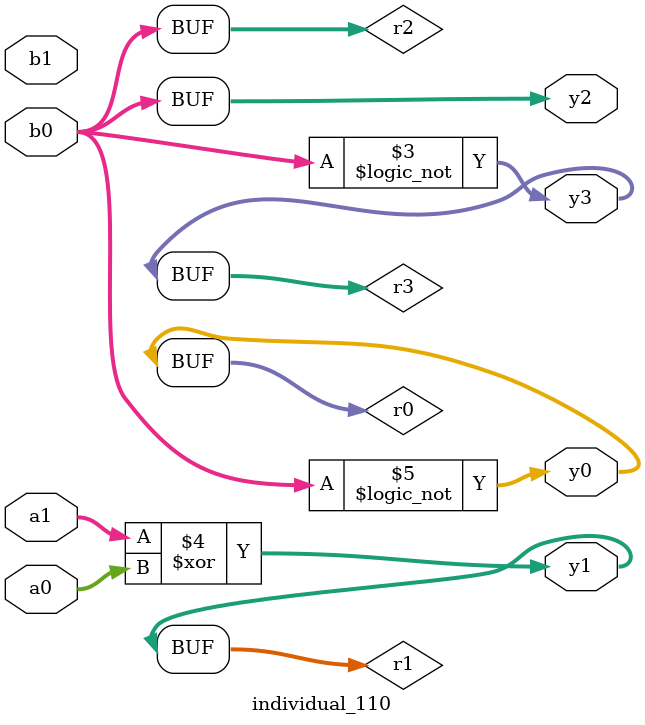
<source format=sv>
module individual_110(input logic [15:0] a1, input logic [15:0] a0, input logic [15:0] b1, input logic [15:0] b0, output logic [15:0] y3, output logic [15:0] y2, output logic [15:0] y1, output logic [15:0] y0);
logic [15:0] r0, r1, r2, r3; 
 always@(*) begin 
	 r0 = a0; r1 = a1; r2 = b0; r3 = b1; 
 	 r3  ^=  r0 ;
 	 r3 = ! r2 ;
 	 r1  ^=  a0 ;
 	 r0 = ! r2 ;
 	 y3 = r3; y2 = r2; y1 = r1; y0 = r0; 
end
endmodule
</source>
